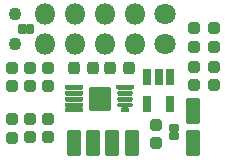
<source format=gts>
%TF.GenerationSoftware,KiCad,Pcbnew,(6.0.10)*%
%TF.CreationDate,2023-12-30T01:12:33+11:00*%
%TF.ProjectId,1-Chip,312d4368-6970-42e6-9b69-6361645f7063,3.2*%
%TF.SameCoordinates,Original*%
%TF.FileFunction,Soldermask,Top*%
%TF.FilePolarity,Negative*%
%FSLAX46Y46*%
G04 Gerber Fmt 4.6, Leading zero omitted, Abs format (unit mm)*
G04 Created by KiCad (PCBNEW (6.0.10)) date 2023-12-30 01:12:33*
%MOMM*%
%LPD*%
G01*
G04 APERTURE LIST*
G04 Aperture macros list*
%AMRoundRect*
0 Rectangle with rounded corners*
0 $1 Rounding radius*
0 $2 $3 $4 $5 $6 $7 $8 $9 X,Y pos of 4 corners*
0 Add a 4 corners polygon primitive as box body*
4,1,4,$2,$3,$4,$5,$6,$7,$8,$9,$2,$3,0*
0 Add four circle primitives for the rounded corners*
1,1,$1+$1,$2,$3*
1,1,$1+$1,$4,$5*
1,1,$1+$1,$6,$7*
1,1,$1+$1,$8,$9*
0 Add four rect primitives between the rounded corners*
20,1,$1+$1,$2,$3,$4,$5,0*
20,1,$1+$1,$4,$5,$6,$7,0*
20,1,$1+$1,$6,$7,$8,$9,0*
20,1,$1+$1,$8,$9,$2,$3,0*%
G04 Aperture macros list end*
%ADD10RoundRect,0.275800X-0.250000X0.225000X-0.250000X-0.225000X0.250000X-0.225000X0.250000X0.225000X0*%
%ADD11C,1.101600*%
%ADD12C,1.801600*%
%ADD13O,1.801600X1.801600*%
%ADD14RoundRect,0.050800X-0.525000X-1.050000X0.525000X-1.050000X0.525000X1.050000X-0.525000X1.050000X0*%
%ADD15RoundRect,0.050800X-0.375000X0.250000X-0.375000X-0.250000X0.375000X-0.250000X0.375000X0.250000X0*%
%ADD16RoundRect,0.200800X-0.150000X0.512500X-0.150000X-0.512500X0.150000X-0.512500X0.150000X0.512500X0*%
%ADD17RoundRect,0.275800X0.225000X0.250000X-0.225000X0.250000X-0.225000X-0.250000X0.225000X-0.250000X0*%
%ADD18RoundRect,0.050800X-0.250000X-0.375000X0.250000X-0.375000X0.250000X0.375000X-0.250000X0.375000X0*%
%ADD19RoundRect,0.275800X-0.225000X-0.250000X0.225000X-0.250000X0.225000X0.250000X-0.225000X0.250000X0*%
%ADD20RoundRect,0.125800X-0.650000X-0.075000X0.650000X-0.075000X0.650000X0.075000X-0.650000X0.075000X0*%
%ADD21RoundRect,0.125800X-0.550000X-0.075000X0.550000X-0.075000X0.550000X0.075000X-0.550000X0.075000X0*%
%ADD22RoundRect,0.050800X-0.840000X-0.940000X0.840000X-0.940000X0.840000X0.940000X-0.840000X0.940000X0*%
%ADD23RoundRect,0.125800X-0.225000X-0.075000X0.225000X-0.075000X0.225000X0.075000X-0.225000X0.075000X0*%
G04 APERTURE END LIST*
D10*
X152250000Y-100975000D03*
X152250000Y-102525000D03*
X152250000Y-97725000D03*
X152250000Y-99275000D03*
D11*
X135380000Y-99070000D03*
X135380000Y-96530000D03*
D12*
X148080000Y-99070000D03*
X148080000Y-96530000D03*
D13*
X145540000Y-99070000D03*
X145540000Y-96530000D03*
X143000000Y-99070000D03*
X143000000Y-96530000D03*
X137920000Y-99070000D03*
X137920000Y-96530000D03*
D14*
X150490000Y-104700000D03*
X150490000Y-107420000D03*
D10*
X150550000Y-100975000D03*
X150550000Y-102525000D03*
X150550000Y-97725000D03*
X150550000Y-99275000D03*
D13*
X140460000Y-99070000D03*
X140460000Y-96530000D03*
D14*
X140409000Y-107401000D03*
X142009000Y-107401000D03*
X143609000Y-107401000D03*
D10*
X136652000Y-105397000D03*
X136652000Y-106947000D03*
X138176000Y-101066000D03*
X138176000Y-102616000D03*
X136652000Y-101079000D03*
X136652000Y-102629000D03*
X147320000Y-107455000D03*
X147320000Y-105905000D03*
X135128000Y-101066000D03*
X135128000Y-102616000D03*
D14*
X145288000Y-107442000D03*
D15*
X148844000Y-106159000D03*
X148844000Y-106809000D03*
D16*
X147574000Y-101854000D03*
X148524000Y-101854000D03*
X148524000Y-104129000D03*
X146624000Y-101854000D03*
X146624000Y-104129000D03*
D17*
X145047000Y-101092000D03*
X143497000Y-101092000D03*
D18*
X136002000Y-97790000D03*
X136652000Y-97790000D03*
D10*
X135128000Y-105423000D03*
X135128000Y-106973000D03*
D19*
X140435000Y-101100000D03*
X141985000Y-101100000D03*
D10*
X138176000Y-105410000D03*
X138176000Y-106960000D03*
D20*
X140432000Y-102670000D03*
X140432000Y-103170000D03*
X140432000Y-103670000D03*
X140432000Y-104170000D03*
D21*
X144732000Y-104170000D03*
X144732000Y-103670000D03*
X144732000Y-103170000D03*
D22*
X142582000Y-103670000D03*
D23*
X144732000Y-104670000D03*
D20*
X144732000Y-102670000D03*
X140432000Y-104670000D03*
G36*
X148436841Y-106445029D02*
G01*
X148450339Y-106454048D01*
X148469199Y-106457800D01*
X149218801Y-106457800D01*
X149237661Y-106454048D01*
X149251159Y-106445029D01*
X149253155Y-106444898D01*
X149254266Y-106446561D01*
X149253933Y-106447803D01*
X149252799Y-106449501D01*
X149243513Y-106496184D01*
X149252687Y-106518331D01*
X149253933Y-106520197D01*
X149254064Y-106522193D01*
X149252401Y-106523304D01*
X149251159Y-106522971D01*
X149237661Y-106513952D01*
X149218801Y-106510200D01*
X148469199Y-106510200D01*
X148450339Y-106513952D01*
X148436841Y-106522971D01*
X148434845Y-106523102D01*
X148433734Y-106521439D01*
X148434067Y-106520197D01*
X148435201Y-106518499D01*
X148444487Y-106471816D01*
X148435313Y-106449669D01*
X148434067Y-106447803D01*
X148433936Y-106445807D01*
X148435599Y-106444696D01*
X148436841Y-106445029D01*
G37*
G36*
X145052405Y-104369800D02*
G01*
X145052405Y-104371800D01*
X145051438Y-104372648D01*
X145007305Y-104390928D01*
X144989341Y-104434298D01*
X145007622Y-104478433D01*
X145007361Y-104480416D01*
X145005513Y-104481181D01*
X145004663Y-104480861D01*
X145004363Y-104480661D01*
X144956801Y-104471200D01*
X144507199Y-104471200D01*
X144459637Y-104480661D01*
X144451484Y-104486109D01*
X144449488Y-104486240D01*
X144448377Y-104484577D01*
X144448710Y-104483335D01*
X144473480Y-104446266D01*
X144464322Y-104400224D01*
X144425018Y-104373961D01*
X144413128Y-104372790D01*
X144411502Y-104371625D01*
X144411698Y-104369635D01*
X144413324Y-104368800D01*
X145050673Y-104368800D01*
X145052405Y-104369800D01*
G37*
G36*
X141128517Y-104360527D02*
G01*
X141128907Y-104362489D01*
X141128124Y-104363509D01*
X141121938Y-104367643D01*
X141123391Y-104369818D01*
X141123522Y-104371814D01*
X141122839Y-104372592D01*
X141102886Y-104385924D01*
X141093728Y-104431967D01*
X141119932Y-104471182D01*
X141120402Y-104471377D01*
X141120748Y-104471562D01*
X141128124Y-104476491D01*
X141129009Y-104478285D01*
X141127897Y-104479948D01*
X141126623Y-104480116D01*
X141081801Y-104471200D01*
X139782199Y-104471200D01*
X139737377Y-104480116D01*
X139735483Y-104479473D01*
X139735093Y-104477511D01*
X139735876Y-104476491D01*
X139742062Y-104472357D01*
X139740609Y-104470182D01*
X139740478Y-104468186D01*
X139741161Y-104467408D01*
X139761114Y-104454076D01*
X139770272Y-104408033D01*
X139744068Y-104368818D01*
X139743598Y-104368623D01*
X139743252Y-104368438D01*
X139735876Y-104363509D01*
X139734991Y-104361715D01*
X139736103Y-104360052D01*
X139737377Y-104359884D01*
X139782199Y-104368800D01*
X141081801Y-104368800D01*
X141126623Y-104359884D01*
X141128517Y-104360527D01*
G37*
G36*
X141128517Y-103860527D02*
G01*
X141128907Y-103862489D01*
X141128124Y-103863509D01*
X141121938Y-103867643D01*
X141123391Y-103869818D01*
X141123522Y-103871814D01*
X141122839Y-103872592D01*
X141102886Y-103885924D01*
X141093728Y-103931967D01*
X141119932Y-103971182D01*
X141120402Y-103971377D01*
X141120748Y-103971562D01*
X141128124Y-103976491D01*
X141129009Y-103978285D01*
X141127897Y-103979948D01*
X141126623Y-103980116D01*
X141081801Y-103971200D01*
X139782199Y-103971200D01*
X139737377Y-103980116D01*
X139735483Y-103979473D01*
X139735093Y-103977511D01*
X139735876Y-103976491D01*
X139742062Y-103972357D01*
X139740609Y-103970182D01*
X139740478Y-103968186D01*
X139741161Y-103967408D01*
X139761114Y-103954076D01*
X139770272Y-103908033D01*
X139744068Y-103868818D01*
X139743598Y-103868623D01*
X139743252Y-103868438D01*
X139735876Y-103863509D01*
X139734991Y-103861715D01*
X139736103Y-103860052D01*
X139737377Y-103859884D01*
X139782199Y-103868800D01*
X141081801Y-103868800D01*
X141126623Y-103859884D01*
X141128517Y-103860527D01*
G37*
G36*
X145328517Y-103860527D02*
G01*
X145328907Y-103862489D01*
X145328124Y-103863509D01*
X145321938Y-103867643D01*
X145323391Y-103869818D01*
X145323522Y-103871814D01*
X145322839Y-103872592D01*
X145302886Y-103885924D01*
X145293728Y-103931967D01*
X145319932Y-103971182D01*
X145320402Y-103971377D01*
X145320748Y-103971562D01*
X145328124Y-103976491D01*
X145329009Y-103978285D01*
X145327897Y-103979948D01*
X145326623Y-103980116D01*
X145281801Y-103971200D01*
X144182199Y-103971200D01*
X144137377Y-103980116D01*
X144135483Y-103979473D01*
X144135093Y-103977511D01*
X144135876Y-103976491D01*
X144142062Y-103972357D01*
X144140609Y-103970182D01*
X144140478Y-103968186D01*
X144141161Y-103967408D01*
X144161114Y-103954076D01*
X144170272Y-103908033D01*
X144144068Y-103868818D01*
X144143598Y-103868623D01*
X144143252Y-103868438D01*
X144135876Y-103863509D01*
X144134991Y-103861715D01*
X144136103Y-103860052D01*
X144137377Y-103859884D01*
X144182199Y-103868800D01*
X145281801Y-103868800D01*
X145326623Y-103859884D01*
X145328517Y-103860527D01*
G37*
G36*
X141128517Y-103360527D02*
G01*
X141128907Y-103362489D01*
X141128124Y-103363509D01*
X141121938Y-103367643D01*
X141123391Y-103369818D01*
X141123522Y-103371814D01*
X141122839Y-103372592D01*
X141102886Y-103385924D01*
X141093728Y-103431967D01*
X141119932Y-103471182D01*
X141120402Y-103471377D01*
X141120748Y-103471562D01*
X141128124Y-103476491D01*
X141129009Y-103478285D01*
X141127897Y-103479948D01*
X141126623Y-103480116D01*
X141081801Y-103471200D01*
X139782199Y-103471200D01*
X139737377Y-103480116D01*
X139735483Y-103479473D01*
X139735093Y-103477511D01*
X139735876Y-103476491D01*
X139742062Y-103472357D01*
X139740609Y-103470182D01*
X139740478Y-103468186D01*
X139741161Y-103467408D01*
X139761114Y-103454076D01*
X139770272Y-103408033D01*
X139744068Y-103368818D01*
X139743598Y-103368623D01*
X139743252Y-103368438D01*
X139735876Y-103363509D01*
X139734991Y-103361715D01*
X139736103Y-103360052D01*
X139737377Y-103359884D01*
X139782199Y-103368800D01*
X141081801Y-103368800D01*
X141126623Y-103359884D01*
X141128517Y-103360527D01*
G37*
G36*
X145328517Y-103360527D02*
G01*
X145328907Y-103362489D01*
X145328124Y-103363509D01*
X145321938Y-103367643D01*
X145323391Y-103369818D01*
X145323522Y-103371814D01*
X145322839Y-103372592D01*
X145302886Y-103385924D01*
X145293728Y-103431967D01*
X145319932Y-103471182D01*
X145320402Y-103471377D01*
X145320748Y-103471562D01*
X145328124Y-103476491D01*
X145329009Y-103478285D01*
X145327897Y-103479948D01*
X145326623Y-103480116D01*
X145281801Y-103471200D01*
X144182199Y-103471200D01*
X144137377Y-103480116D01*
X144135483Y-103479473D01*
X144135093Y-103477511D01*
X144135876Y-103476491D01*
X144142062Y-103472357D01*
X144140609Y-103470182D01*
X144140478Y-103468186D01*
X144141161Y-103467408D01*
X144161114Y-103454076D01*
X144170272Y-103408033D01*
X144144068Y-103368818D01*
X144143598Y-103368623D01*
X144143252Y-103368438D01*
X144135876Y-103363509D01*
X144134991Y-103361715D01*
X144136103Y-103360052D01*
X144137377Y-103359884D01*
X144182199Y-103368800D01*
X145281801Y-103368800D01*
X145326623Y-103359884D01*
X145328517Y-103360527D01*
G37*
G36*
X145377405Y-102869800D02*
G01*
X145377405Y-102871800D01*
X145376436Y-102872649D01*
X145376373Y-102872675D01*
X145376000Y-102872788D01*
X145371520Y-102873679D01*
X145371167Y-102874716D01*
X145370614Y-102875060D01*
X145332305Y-102890928D01*
X145314341Y-102934298D01*
X145332622Y-102978433D01*
X145332361Y-102980416D01*
X145330513Y-102981181D01*
X145329663Y-102980861D01*
X145329363Y-102980661D01*
X145281801Y-102971200D01*
X144182199Y-102971200D01*
X144134637Y-102980661D01*
X144126484Y-102986109D01*
X144124488Y-102986240D01*
X144123377Y-102984577D01*
X144123710Y-102983335D01*
X144148480Y-102946266D01*
X144139322Y-102900224D01*
X144100018Y-102873961D01*
X144088128Y-102872790D01*
X144086502Y-102871625D01*
X144086698Y-102869635D01*
X144088324Y-102868800D01*
X145375673Y-102868800D01*
X145377405Y-102869800D01*
G37*
G36*
X141128517Y-102860527D02*
G01*
X141128907Y-102862489D01*
X141128124Y-102863509D01*
X141121938Y-102867643D01*
X141123391Y-102869818D01*
X141123522Y-102871814D01*
X141122839Y-102872592D01*
X141102886Y-102885924D01*
X141093728Y-102931967D01*
X141119932Y-102971182D01*
X141120402Y-102971377D01*
X141120748Y-102971562D01*
X141128124Y-102976491D01*
X141129009Y-102978285D01*
X141127897Y-102979948D01*
X141126623Y-102980116D01*
X141081801Y-102971200D01*
X139782199Y-102971200D01*
X139737377Y-102980116D01*
X139735483Y-102979473D01*
X139735093Y-102977511D01*
X139735876Y-102976491D01*
X139742062Y-102972357D01*
X139740609Y-102970182D01*
X139740478Y-102968186D01*
X139741161Y-102967408D01*
X139761114Y-102954076D01*
X139770272Y-102908033D01*
X139744068Y-102868818D01*
X139743598Y-102868623D01*
X139743252Y-102868438D01*
X139735876Y-102863509D01*
X139734991Y-102861715D01*
X139736103Y-102860052D01*
X139737377Y-102859884D01*
X139782199Y-102868800D01*
X141081801Y-102868800D01*
X141126623Y-102859884D01*
X141128517Y-102860527D01*
G37*
G36*
X136290803Y-97380067D02*
G01*
X136292501Y-97381201D01*
X136339184Y-97390487D01*
X136361331Y-97381313D01*
X136363197Y-97380067D01*
X136365193Y-97379936D01*
X136366304Y-97381599D01*
X136365971Y-97382841D01*
X136356952Y-97396339D01*
X136353200Y-97415199D01*
X136353200Y-98164801D01*
X136356952Y-98183661D01*
X136365971Y-98197159D01*
X136366102Y-98199155D01*
X136364439Y-98200266D01*
X136363197Y-98199933D01*
X136361499Y-98198799D01*
X136314816Y-98189513D01*
X136292669Y-98198687D01*
X136290803Y-98199933D01*
X136288807Y-98200064D01*
X136287696Y-98198401D01*
X136288029Y-98197159D01*
X136297048Y-98183661D01*
X136300800Y-98164801D01*
X136300800Y-97415199D01*
X136297048Y-97396339D01*
X136288029Y-97382841D01*
X136287898Y-97380845D01*
X136289561Y-97379734D01*
X136290803Y-97380067D01*
G37*
M02*

</source>
